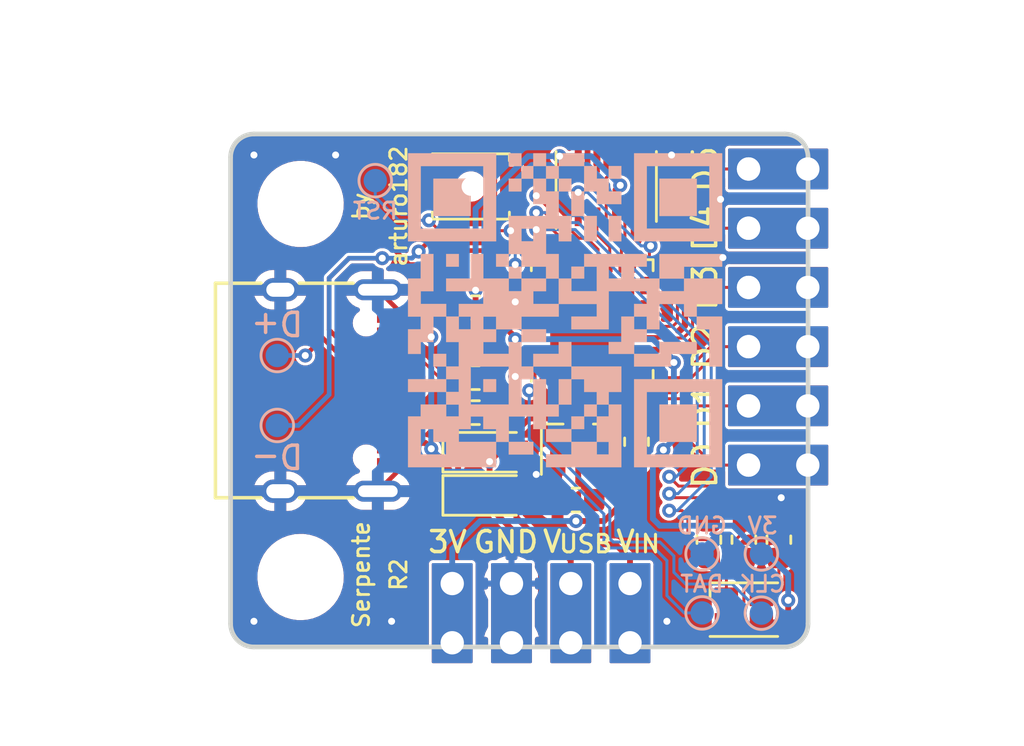
<source format=kicad_pcb>
(kicad_pcb (version 20221018) (generator pcbnew)
  (layers (0 "F.Cu" signal) (31 "B.Cu" signal) (34 "B.Paste" user) (35 "F.Paste" user) (36 "B.SilkS" user "B.Silkscreen") (37 "F.SilkS" user "F.Silkscreen") (38 "B.Mask" user) (39 "F.Mask" user) (44 "Edge.Cuts" user))
  (net 0 "")
  (net 1 "+5V")
  (net 2 "GND")
  (net 3 "+3V3")
  (net 4 "Net-(C4-Pad1)")
  (net 5 "VBUS")
  (net 6 "Net-(D3-Pad2)")
  (net 7 "Net-(D3-Pad1)")
  (net 8 "/USB_D+")
  (net 9 "Net-(J1-PadA5)")
  (net 10 "Net-(J1-PadB8)")
  (net 11 "/USB_D-")
  (net 12 "Net-(J1-PadB5)")
  (net 13 "Net-(J1-PadA8)")
  (net 14 "VIN")
  (net 15 "/GPIO5")
  (net 16 "/GPIO4")
  (net 17 "/GPIO3")
  (net 18 "/GPIO2")
  (net 19 "/GPIO1")
  (net 20 "/GPIO0")
  (net 21 "/LED_R")
  (net 22 "/LED_G")
  (net 23 "/LED_B")
  (net 24 "Net-(R6-Pad1)")
  (net 25 "Net-(TP2-Pad1)")
  (net 26 "/FLASH_SCK")
  (net 27 "/FLASH_MOSI")
  (net 28 "/FLASH_MISO")
  (net 29 "/FLASH_CS")
  (net 30 "Net-(U3-Pad27)")
  (net 31 "Net-(U3-Pad25)")
  (net 32 "Net-(U3-Pad15)")
  (net 33 "Net-(U3-Pad14)")
  (net 34 "Net-(U3-Pad13)")
  (net 35 "Net-(U3-Pad4)")
  (net 36 "Net-(U3-Pad3)")
  (net 37 "Net-(U3-Pad2)")
  (net 38 "Net-(U3-Pad1)")
  (net 39 "Net-(D3-Pad4)")
  (net 40 "/~{RESET}")
  (footprint "Capacitor_SMD:C_0603_1608Metric" (layer "F.Cu") (at 131.8 60.7)
    (fp_text reference "C1" hide)
    (fp_text value "1uF")
  )
  (footprint "Diode_SMD:D_SOD-323_HandSoldering" (layer "F.Cu") (at 128 58.65)
    (fp_text reference "D1" hide)
    (fp_text value "D_Schottky_Small")
  )
  (footprint "Connector_USB_Extra:USB_C_Receptacle_GT-USB-7010" (layer "F.Cu") (at 121 56 -90)
    (fp_text reference "J1" hide)
    (fp_text value "USB_C_Receptacle_USB2.0")
  )
  (footprint "Resistor_SMD:R_0603_1608Metric" (layer "F.Cu") (at 137.5 62.4 90)
    (fp_text reference "R1" hide)
    (fp_text value "360R")
  )
  (footprint "Resistor_SMD:R_0603_1608Metric" (layer "F.Cu") (at 139 62.4 90)
    (fp_text reference "R2" hide)
    (fp_text value "150R")
  )
  (footprint "Resistor_SMD:R_0603_1608Metric" (layer "F.Cu") (at 127.5 55.45 180)
    (fp_text reference "R4" hide)
    (fp_text value "5.1K")
  )
  (footprint "Resistor_SMD:R_0603_1608Metric" (layer "F.Cu") (at 127.5 56.95 180)
    (fp_text reference "R5" hide)
    (fp_text value "5.1K")
  )
  (footprint "Resistor_SMD:R_0603_1608Metric" (layer "F.Cu") (at 127.5 53.95 180)
    (fp_text reference "R6" hide)
    (fp_text value "1K")
  )
  (footprint "Button_Switch_SMD:SW_SPST_B3U-1000P-B" (layer "F.Cu") (at 127.3 47.25)
    (fp_text reference "SW1" hide)
    (fp_text value "SW_RESET")
  )
  (footprint "Package_SON_Extra:USON-8_3x4mm_P0.8mm" (layer "F.Cu") (at 133.1 47.25 90)
    (fp_text reference "U1" hide)
    (fp_text value "GD25Q32CNIGR")
  )
  (footprint "Package_TO_SOT_SMD:SOT-23" (layer "F.Cu") (at 131.9 58.2 90)
    (fp_text reference "U2" hide)
    (fp_text value "MCP1700-3302E_SOT23")
  )
  (footprint "MountingHole:MountingHole_3.2mm_M3" (layer "F.Cu") (at 120 64)
    (fp_text reference "REF**" hide)
    (fp_text value "MountingHole_3.2mm_M3")
  )
  (footprint "MountingHole:MountingHole_3.2mm_M3" (layer "F.Cu") (at 120 48)
    (fp_text reference "REF**" hide)
    (fp_text value "MountingHole_3.2mm_M3")
  )
  (footprint "Capacitor_SMD:C_0603_1608Metric" (layer "F.Cu") (at 127.5 52.45 180)
    (fp_text reference "C4" hide)
    (fp_text value "1uF")
  )
  (footprint "Capacitor_SMD:C_0603_1608Metric" (layer "F.Cu") (at 127.5 50.95 180)
    (fp_text reference "C2" hide)
    (fp_text value "0.1uF")
  )
  (footprint "Capacitor_SMD:C_0603_1608Metric" (layer "F.Cu") (at 134.4 58.2 90)
    (fp_text reference "C3" hide)
    (fp_text value "10uF")
  )
  (footprint "Package_DFN_QFN:QFN-32-1EP_5x5mm_P0.5mm_EP3.6x3.6mm" (layer "F.Cu") (at 132.5 53 90)
    (fp_text reference "U3" hide)
    (fp_text value "ATSAMD21E18A")
  )
  (footprint "LED_SMD:LED_Cree-PLCC4_2x2mm_CW" (layer "F.Cu") (at 139 65.4)
    (fp_text reference "D3" hide)
    (fp_text value "LED_RBAG")
  )
  (footprint "Diode_SMD:D_SOD-323_HandSoldering" (layer "F.Cu") (at 128 60.5)
    (fp_text reference "D2" hide)
    (fp_text value "D_Schottky_Small")
  )
  (footprint "Connector_PinHeader_2.54mm_Extra:PinHeader_1x06_P2.54mm_Vertical_Castellated" (layer "F.Cu") (at 139.2 46.5)
    (fp_text reference "J3" hide)
    (fp_text value "Conn_GPIO")
  )
  (footprint "Resistor_SMD:R_0603_1608Metric" (layer "F.Cu") (at 140.5 62.4 90)
    (fp_text reference "R3" hide)
    (fp_text value "150R")
  )
  (footprint "Connector_PinHeader_2.54mm_Extra:PinHeader_1x04_P2.54mm_Vertical_Castellated" (layer "F.Cu") (at 134.1191 64.2808 -90)
    (fp_text reference "J2" hide)
    (fp_text value "Conn_Power")
  )
  (footprint "TestPoint:TestPoint_Pad_D1.0mm" (layer "B.Cu") (at 137.21 63.01 180)
    (fp_text reference "TP4" hide)
    (fp_text value "TP_GND")
  )
  (footprint "serpente:qrcode" (layer "B.Cu") (at 131.318 52.578 180)
    (fp_text reference "G***" hide)
    (fp_text value "LOGO" hide)
  )
  (footprint "TestPoint:TestPoint_Pad_D1.0mm" (layer "B.Cu") (at 119 57.5)
    (fp_text reference "TP5" hide)
    (fp_text value "TP_USB_D-")
  )
  (footprint "TestPoint:TestPoint_Pad_D1.0mm" (layer "B.Cu") (at 119 54.5)
    (fp_text reference "TP6" hide)
    (fp_text value "TP_USB_D+")
  )
  (footprint "TestPoint:TestPoint_Pad_D1.0mm" (layer "B.Cu") (at 139.75 63.01 180)
    (fp_text reference "TP3" hide)
    (fp_text value "TP_VDD")
  )
  (footprint "TestPoint:TestPoint_Pad_D1.0mm" (layer "B.Cu") (at 137.21 65.54 180)
    (fp_text reference "TP2" hide)
    (fp_text value "TP_SWDIO")
  )
  (footprint "TestPoint:TestPoint_Pad_D1.0mm" (layer "B.Cu") (at 123.2 47)
    (fp_text reference "TP7" hide)
    (fp_text value "TP_RESET")
  )
  (footprint "TestPoint:TestPoint_Pad_D1.0mm" (layer "B.Cu") (at 139.75 65.55 180)
    (fp_text reference "TP1" hide)
    (fp_text value "TP_SWCLK")
  )
  (gr_line (start 140.75 67) (end 118 67) (stroke (width 0.2)) (layer "Edge.Cuts"))
  (gr_line (start 118 45) (end 140.75 45) (stroke (width 0.2)) (layer "Edge.Cuts"))
  (gr_arc (start 141.75 66) (mid 141.457107 66.707107) (end 140.75 67) (stroke (width 0.2)) (layer "Edge.Cuts"))
  (gr_arc (start 140.75 45) (mid 141.457107 45.292893) (end 141.75 46) (stroke (width 0.2)) (layer "Edge.Cuts"))
  (gr_arc (start 117 46) (mid 117.292893 45.292893) (end 118 45) (stroke (width 0.2)) (layer "Edge.Cuts"))
  (gr_line (start 117 46) (end 117 66) (stroke (width 0.2)) (layer "Edge.Cuts"))
  (gr_arc (start 118 67) (mid 117.292893 66.707107) (end 117 66) (stroke (width 0.2)) (layer "Edge.Cuts"))
  (gr_line (start 141.75 46) (end 141.75 66) (stroke (width 0.2)) (layer "Edge.Cuts"))
  (gr_text "+" (at 118.5 53.2 180) (layer "B.SilkS") (effects (font (size 1 1))))
  (gr_text "D" (at 119.6 58.8 180) (layer "B.SilkS") (effects (font (size 1 1))))
  (gr_text "CLK" (at 139.8 64.3) (layer "B.SilkS") (effects (font (size 0.7 0.7) (thickness 0.12)) (justify mirror)))
  (gr_text "DAT" (at 137.2 64.3) (layer "B.SilkS") (effects (font (size 0.7 0.7) (thickness 0.12)) (justify mirror)))
  (gr_text "GND" (at 137.2 61.8) (layer "B.SilkS") (effects (font (size 0.7 0.7) (thickness 0.12)) (justify mirror)))
  (gr_text "3V" (at 139.8 61.8) (layer "B.SilkS") (effects (font (size 0.7 0.7) (thickness 0.12)) (justify mirror)))
  (gr_text "RST" (at 123.2 48.3) (layer "B.SilkS") (effects (font (size 0.7 0.7) (thickness 0.12)) (justify mirror)))
  (gr_text "D" (at 119.6 53.1 180) (layer "B.SilkS") (effects (font (size 1 1))))
  (gr_text "-" (at 118.5 58.9 180) (layer "B.SilkS") (effects (font (size 1 1))))
  (gr_text "D4" (at 137.3346 49.0474 90) (layer "F.SilkS") (effects (font (size 1 1))))
  (gr_text "D3" (at 137.3346 51.5874 90) (layer "F.SilkS") (effects (font (size 1 1))))
  (gr_text "D2" (at 137.3346 54.1274 90) (layer "F.SilkS") (effects (font (size 1 1))))
  (gr_text "D1" (at 137.3346 56.6674 90) (layer "F.SilkS") (effects (font (size 1 1))))
  (gr_text "D0" (at 137.3346 59.2074 90) (layer "F.SilkS") (effects (font (size 1 1))))
  (gr_text "V" (at 130.7895 62.4808) (layer "F.SilkS") (effects (font (size 0.9 0.9))))
  (gr_text "GND" (at 128.8 62.5) (layer "F.SilkS") (effects (font (size 0.9 0.9))))
  (gr_text "V" (at 133.9295 62.4808) (layer "F.SilkS") (effects (font (size 0.9 0.9))))
  (gr_text "3V" (at 126.3 62.5) (layer "F.SilkS") (effects (font (size 0.9 0.9))))
  (gr_text "USB" (at 132.2191 62.5808) (layer "F.SilkS") (effects (font (size 0.75 0.75) (thickness 0.13))))
  (gr_text "IN" (at 134.8191 62.5808) (layer "F.SilkS") (effects (font (size 0.75 0.75) (thickness 0.13))))
  (gr_text "arturo182" (at 124.2 48.1 90) (layer "F.SilkS") (effects (font (size 0.7 0.7) (thickness 0.12))))
  (gr_text "R2" (at 124.2 63.9 90) (layer "F.SilkS") (effects (font (size 0.7 0.7) (thickness 0.12))))
  (gr_text "Serpente" (at 122.6 63.9 90) (layer "F.SilkS") (effects (font (size 0.7 0.7) (thickness 0.12))))
  (gr_text "by" (at 122.6 48.1 90) (layer "F.SilkS") (effects (font (size 0.7 0.7) (thickness 0.12))))
  (gr_text "D5" (at 137.3346 46.5074 90) (layer "F.SilkS") (effects (font (size 1 1))))
  (segment (start 131.9 57.2) (end 131.9 59.9125) (width 0.25) (layer "F.Cu") (net 1))
  (segment (start 126.75 58.65) (end 126.75 60.5) (width 0.25) (layer "F.Cu") (net 1))
  (segment (start 127.45 58.65) (end 128.3 57.8) (width 0.25) (layer "F.Cu") (net 1))
  (segment (start 129.8 57.2) (end 131.9 57.2) (width 0.25) (layer "F.Cu") (net 1))
  (segment (start 128.3 57.8) (end 129.2 57.8) (width 0.25) (layer "F.Cu") (net 1))
  (segment (start 131.9 59.9125) (end 132.5875 60.6) (width 0.25) (layer "F.Cu") (net 1))
  (segment (start 129.2 57.8) (end 129.8 57.2) (width 0.25) (layer "F.Cu") (net 1))
  (segment (start 126.75 58.65) (end 127.45 58.65) (width 0.25) (layer "F.Cu") (net 1))
  (segment (start 130.3 63.9) (end 130.3 64.8) (width 0.25) (layer "F.Cu") (net 2))
  (segment (start 129.0391 62.8391) (end 129.0391 66.64799) (width 0.25) (layer "F.Cu") (net 2))
  (segment (start 129.0391 64.2808) (end 130.241181 64.2808) (width 0.25) (layer "F.Cu") (net 2))
  (segment (start 130.241181 64.2808) (end 130.3 64.221981) (width 0.25) (layer "F.Cu") (net 2))
  (segment (start 124.15 52.52) (end 123.31 51.68) (width 0.2) (layer "F.Cu") (net 2))
  (segment (start 126.7125 50.95) (end 126.7125 52.45) (width 0.25) (layer "F.Cu") (net 2))
  (segment (start 127.7 64.143781) (end 127.7 64.7) (width 0.25) (layer "F.Cu") (net 2))
  (segment (start 129.0391 64.2808) (end 127.837019 64.2808) (width 0.25) (layer "F.Cu") (net 2))
  (segment (start 135.45 54.25) (end 135.600001 54.099999) (width 0.25) (layer "F.Cu") (net 2))
  (segment (start 124.35 52.75) (end 124.15 52.95) (width 0.25) (layer "F.Cu") (net 2))
  (segment (start 129.2 52.4) (end 129.2 52.2) (width 0.25) (layer "F.Cu") (net 2))
  (segment (start 129.55 52.75) (end 129.2 52.4) (width 0.25) (layer "F.Cu") (net 2))
  (segment (start 124.15 59.05) (end 124.15 59.35) (width 0.2) (layer "F.Cu") (net 2))
  (segment (start 128.2875 55.45) (end 128.2875 56.95) (width 0.25) (layer "F.Cu") (net 2))
  (segment (start 135.600001 54.099999) (end 136.500011 54.099999) (width 0.25) (layer "F.Cu") (net 2))
  (segment (start 130.1 59.6) (end 130.55 59.6) (width 0.25) (layer "F.Cu") (net 2))
  (segment (start 124.15 59.48) (end 123.31 60.32) (width 0.2) (layer "F.Cu") (net 2))
  (segment (start 134.95 54.25) (end 135.45 54.25) (width 0.25) (layer "F.Cu") (net 2))
  (segment (start 124.15 52.95) (end 124.15 52.65) (width 0.2) (layer "F.Cu") (net 2))
  (segment (start 127.837019 64.2808) (end 127.7 64.143781) (width 0.25) (layer "F.Cu") (net 2))
  (segment (start 130.05 52.75) (end 129.55 52.75) (width 0.25) (layer "F.Cu") (net 2))
  (via (at 135.7 65.9) (size 0.6) (drill 0.3) (layers "F.Cu" "B.Cu") (net 2))
  (via (at 140.6 60.6) (size 0.6) (drill 0.3) (layers "F.Cu" "B.Cu") (net 2))
  (via (at 121.5 45.9) (size 0.6) (drill 0.3) (layers "F.Cu" "B.Cu") (net 2))
  (via (at 138.1 50.3) (size 0.6) (drill 0.3) (layers "F.Cu" "B.Cu") (net 2))
  (via (at 129.2 52.2) (size 0.6) (drill 0.3) (layers "F.Cu" "B.Cu") (net 2))
  (via (at 130.1 59.6) (size 0.6) (drill 0.3) (layers "F.Cu" "B.Cu") (net 2))
  (via (at 123.9 65.9) (size 0.6) (drill 0.3) (layers "F.Cu" "B.Cu") (net 2))
  (via (at 118 45.9) (size 0.6) (drill 0.3) (layers "F.Cu" "B.Cu") (net 2))
  (via (at 138 47.8) (size 0.6) (drill 0.3) (layers "F.Cu" "B.Cu") (net 2))
  (via (at 135.9 45.9) (size 0.6) (drill 0.3) (layers "F.Cu" "B.Cu") (net 2))
  (via (at 118 65.9) (size 0.6) (drill 0.3) (layers "F.Cu" "B.Cu") (net 2))
  (segment (start 127.7 64.143781) (end 127.7 64.9) (width 0.25) (layer "B.Cu") (net 2))
  (segment (start 129.0391 64.2808) (end 127.837019 64.2808) (width 0.25) (layer "B.Cu") (net 2))
  (segment (start 127.837019 64.2808) (end 127.7 64.143781) (width 0.25) (layer "B.Cu") (net 2))
  (segment (start 129.0391 64.2808) (end 129.0391 62.9609) (width 0.25) (layer "B.Cu") (net 2))
  (segment (start 130.241181 64.2808) (end 130.4 64.121981) (width 0.25) (layer "B.Cu") (net 2))
  (segment (start 129.0391 64.2808) (end 130.241181 64.2808) (width 0.25) (layer "B.Cu") (net 2))
  (segment (start 130.4 64.121981) (end 130.4 64.9) (width 0.25) (layer "B.Cu") (net 2))
  (segment (start 133.6 59.2) (end 133.8 59.2) (width 0.25) (layer "F.Cu") (net 3))
  (segment (start 133.4 59.2) (end 133.6 59.2) (width 0.25) (layer "F.Cu") (net 3))
  (segment (start 126.4991 64.2808) (end 126.4991 66.64799) (width 0.25) (layer "F.Cu") (net 3))
  (segment (start 135.1125 58.9875) (end 135.55 58.55) (width 0.25) (layer "F.Cu") (net 3))
  (segment (start 140.9 65.5) (end 140.45 65.95) (width 0.25) (layer "F.Cu") (net 3))
  (segment (start 131.1 46.374264) (end 131.425736 46.7) (width 0.25) (layer "F.Cu") (net 3))
  (segment (start 133.5 48.55) (end 133.5 47.4) (width 0.25) (layer "F.Cu") (net 3))
  (segment (start 129.25 53.75) (end 129.2 53.8) (width 0.25) (layer "F.Cu") (net 3))
  (segment (start 132.6 46.7) (end 132 46.7) (width 0.25) (layer "F.Cu") (net 3))
  (segment (start 134.4 58.9875) (end 135.1125 58.9875) (width 0.25) (layer "F.Cu") (net 3))
  (segment (start 129.2 53.721742) (end 128.701248 53.22299) (width 0.25) (layer "F.Cu") (net 3))
  (segment (start 132.7 45.95) (end 132.7 46.6) (width 0.25) (layer "F.Cu") (net 3))
  (segment (start 128.701248 53.22299) (end 127.62299 53.22299) (width 0.25) (layer "F.Cu") (net 3))
  (segment (start 127.5 53.4) (end 126.95 53.95) (width 0.25) (layer "F.Cu") (net 3))
  (segment (start 133.5 59.2) (end 133.6 59.3) (width 0.25) (layer "F.Cu") (net 3))
  (segment (start 133.7 59.2) (end 133.6 59.3) (width 0.25) (layer "F.Cu") (net 3))
  (segment (start 129.2 53.8) (end 129.2 53.721742) (width 0.25) (layer "F.Cu") (net 3))
  (segment (start 127.5 53.1) (end 127.5 53.4) (width 0.25) (layer "F.Cu") (net 3))
  (segment (start 133.5 47.4) (end 133.7 47.2) (width 0.25) (layer "F.Cu") (net 3))
  (segment (start 132.7 46.6) (end 132.6 46.7) (width 0.25) (layer "F.Cu") (net 3))
  (segment (start 135.95 54.75) (end 136 54.8) (width 0.25) (layer "F.Cu") (net 3))
  (segment (start 130.05 53.75) (end 129.25 53.75) (width 0.25) (layer "F.Cu") (net 3))
  (segment (start 133.014129 61.6) (end 133.6 61.014129) (width 0.25) (layer "F.Cu") (net 3))
  (segment (start 131.8 61.6) (end 133.014129 61.6) (width 0.25) (layer "F.Cu") (net 3))
  (segment (start 127.95 50.95) (end 127.5 51.4) (width 0.25) (layer "F.Cu") (net 3))
  (segment (start 127.62299 53.22299) (end 127.5 53.1) (width 0.25) (layer "F.Cu") (net 3))
  (segment (start 133.6 61.014129) (end 133.6 59.3) (width 0.25) (layer "F.Cu") (net 3))
  (segment (start 140.9 65) (end 140.9 65.5) (width 0.25) (layer "F.Cu") (net 3))
  (segment (start 132.85 59.2) (end 133.4 59.2) (width 0.25) (layer "F.Cu") (net 3))
  (segment (start 133.8 59.2) (end 134.1875 59.2) (width 0.25) (layer "F.Cu") (net 3))
  (segment (start 131.1 45.95) (end 131.1 46.374264) (width 0.25) (layer "F.Cu") (net 3))
  (segment (start 131.425736 46.7) (end 132 46.7) (width 0.25) (layer "F.Cu") (net 3))
  (segment (start 127.5 51.7) (end 127.5 53.1) (width 0.25) (layer "F.Cu") (net 3))
  (segment (start 140.45 65.95) (end 139.75 65.95) (width 0.25) (layer "F.Cu") (net 3))
  (segment (start 134.95 54.75) (end 135.95 54.75) (width 0.25) (layer "F.Cu") (net 3))
  (segment (start 127.5 51.4) (end 127.5 51.7) (width 0.25) (layer "F.Cu") (net 3))
  (segment (start 133.6 59.3) (end 133.6 59.2) (width 0.25) (layer "F.Cu") (net 3))
  (segment (start 132 46.7) (end 131.9 46.6) (width 0.25) (layer "F.Cu") (net 3))
  (segment (start 131.9 46.6) (end 131.9 45.95) (width 0.25) (layer "F.Cu") (net 3))
  (via (at 135.55 58.55) (size 0.6) (drill 0.3) (layers "F.Cu" "B.Cu") (net 3))
  (via (at 140.9 65) (size 0.6) (drill 0.3) (layers "F.Cu" "B.Cu") (net 3))
  (via (at 131.8 61.6) (size 0.6) (drill 0.3) (layers "F.Cu" "B.Cu") (net 3))
  (via (at 133.7 47.2) (size 0.6) (drill 0.3) (layers "F.Cu" "B.Cu") (net 3))
  (via (at 129.2 53.8) (size 0.6) (drill 0.3) (layers "F.Cu" "B.Cu") (net 3))
  (via (at 131.1 45.95) (size 0.6) (drill 0.3) (layers "F.Cu" "B.Cu") (net 3))
  (via (at 127.5 51.7) (size 0.6) (drill 0.3) (layers "F.Cu" "B.Cu") (net 3))
  (via (at 136 54.8) (size 0.6) (drill 0.3) (layers "F.Cu" "B.Cu") (net 3))
  (segment (start 136 58.1) (end 136 54.8) (width 0.25) (layer "B.Cu") (net 3))
  (segment (start 136 54.8) (end 136 54.7) (width 0.25) (layer "B.Cu") (net 3))
  (segment (start 135.1 61.5) (end 135.4 61.8) (width 0.25) (layer "B.Cu") (net 3))
  (segment (start 135.1 59) (end 135.1 61.5) (width 0.25) (layer "B.Cu") (net 3))
  (segment (start 136 54.7) (end 135.1 53.8) (width 0.25) (layer "B.Cu") (net 3))
  (segment (start 135.4 61.8) (end 138.54 61.8) (width 0.25) (layer "B.Cu") (net 3))
  (segment (start 126.4991 64.2808) (end 126.4991 62.8009) (width 0.25) (layer "B.Cu") (net 3))
  (segment (start 140.01 63.01) (end 140.9 63.9) (width 0.25) (layer "B.Cu") (net 3))
  (segment (start 138.54 61.8) (end 139.75 63.01) (width 0.25) (layer "B.Cu") (net 3))
  (segment (start 140.9 63.9) (end 140.9 65) (width 0.25) (layer "B.Cu") (net 3))
  (segment (start 135.55 58.55) (end 135.1 59) (width 0.25) (layer "B.Cu") (net 3))
  (segment (start 135.1 53.8) (end 129.2 53.8) (width 0.25) (layer "B.Cu") (net 3))
  (segment (start 126.4991 62.8009) (end 127.7 61.6) (width 0.25) (layer "B.Cu") (net 3))
  (segment (start 133.7 47.2) (end 132.45 45.95) (width 0.25) (layer "B.Cu") (net 3))
  (segment (start 129.75 45.95) (end 127.5 48.2) (width 0.25) (layer "B.Cu") (net 3))
  (segment (start 127.7 61.6) (end 131.8 61.6) (width 0.25) (layer "B.Cu") (net 3))
  (segment (start 127.5 48.2) (end 127.5 51.7) (width 0.25) (layer "B.Cu") (net 3))
  (segment (start 131.1 45.95) (end 129.75 45.95) (width 0.25) (layer "B.Cu") (net 3))
  (segment (start 135.55 58.55) (end 136 58.1) (width 0.25) (layer "B.Cu") (net 3))
  (segment (start 132.45 45.95) (end 131.1 45.95) (width 0.25) (layer "B.Cu") (net 3))
  (segment (start 130.05 53.25) (end 129.46875 53.25) (width 0.127) (layer "F.Cu") (net 4))
  (segment (start 129.46875 53.25) (end 128.66875 52.45) (width 0.127) (layer "F.Cu") (net 4))
  (segment (start 131.5791 64.2808) (end 131.5791 66.64799) (width 0.25) (layer "F.Cu") (net 5))
  (segment (start 124.15 53.45) (end 124.15 53.75) (width 0.25) (layer "F.Cu") (net 5))
  (segment (start 128.1 59.05) (end 128.1 61) (width 0.25) (layer "F.Cu") (net 5))
  (segment (start 125.35 58.25) (end 125.6 58.5) (width 0.25) (layer "F.Cu") (net 5))
  (segment (start 124.15 53.75) (end 125.55 53.75) (width 0.25) (layer "F.Cu") (net 5))
  (segment (start 124.15 58.55) (end 124.15 58.25) (width 0.25) (layer "F.Cu") (net 5))
  (segment (start 124.15 58.25) (end 125.35 58.25) (width 0.25) (layer "F.Cu") (net 5))
  (segment (start 125.55 53.75) (end 125.6 53.7) (width 0.25) (layer "F.Cu") (net 5))
  (segment (start 128.5 58.65) (end 128.1 59.05) (width 0.25) (layer "F.Cu") (net 5))
  (segment (start 131.3 63) (end 131.5791 63.2791) (width 0.25) (layer "F.Cu") (net 5))
  (segment (start 130.1 63) (end 131.3 63) (width 0.25) (layer "F.Cu") (net 5))
  (segment (start 128.1 61) (end 130.1 63) (width 0.25) (layer "F.Cu") (net 5))
  (segment (start 129.25 58.65) (end 128.5 58.65) (width 0.25) (layer "F.Cu") (net 5))
  (segment (start 131.5791 63.2791) (end 131.5791 64.2808) (width 0.25) (layer "F.Cu") (net 5))
  (via (at 125.6 58.5) (size 0.6) (drill 0.3) (layers "F.Cu" "B.Cu") (net 5))
  (via (at 128.1 59.05) (size 0.6) (drill 0.3) (layers "F.Cu" "B.Cu") (net 5))
  (via (at 125.6 53.7) (size 0.6) (drill 0.3) (layers "F.Cu" "B.Cu") (net 5))
  (segment (start 125.6 58.5) (end 125.6 53.7) (width 0.25) (layer "B.Cu") (net 5))
  (segment (start 126.2 59.1) (end 128.05 59.1) (width 0.25) (layer "B.Cu") (net 5))
  (segment (start 125.6 58.5) (end 126.2 59.1) (width 0.25) (layer "B.Cu") (net 5))
  (segment (start 128.05 59.1) (end 128.1 59.05) (width 0.25) (layer "B.Cu") (net 5))
  (segment (start 140.5 63.1875) (end 140.5 64.2) (width 0.127) (layer "F.Cu") (net 6))
  (segment (start 140.5 64.2) (end 139.85 64.85) (width 0.127) (layer "F.Cu") (net 6))
  (segment (start 138.25 64.85) (end 138.25 63.9375) (width 0.127) (layer "F.Cu") (net 7))
  (segment (start 138.25 63.9375) (end 137.5 63.1875) (width 0.127) (layer "F.Cu") (net 7))
  (segment (start 123.075 56.75) (end 124.15 56.75) (width 0.2) (layer "F.Cu") (net 8))
  (segment (start 125.95 50) (end 125.35 50.6) (width 0.2) (layer "F.Cu") (net 8))
  (segment (start 122.9 55.925) (end 122.9 56.575) (width 0.2) (layer "F.Cu") (net 8))
  (segment (start 122.95 55.75) (end 120.775 53.575) (width 0.2) (layer "F.Cu") (net 8))
  (segment (start 120.775 53.925) (end 120.775 53.575) (width 0.2) (layer "F.Cu") (net 8))
  (segment (start 124.15 55.75) (end 123.075 55.75) (width 0.2) (layer "F.Cu") (net 8))
  (segment (start 120.2 54.5) (end 120.775 53.925) (width 0.2) (layer "F.Cu") (net 8))
  (segment (start 123.075 55.75) (end 122.9 55.925) (width 0.2) (layer "F.Cu") (net 8))
  (segment (start 123.852962 49.797998) (end 122.002002 49.797998) (width 0.2) (layer "F.Cu") (net 8))
  (segment (start 125.35 50.6) (end 124.654964 50.6) (width 0.2) (layer "F.Cu") (net 8))
  (segment (start 120.775 51.025) (end 120.775 53.575) (width 0.2) (layer "F.Cu") (net 8))
  (segment (start 122.9 56.575) (end 123.075 56.75) (width 0.2) (layer "F.Cu") (net 8))
  (segment (start 130.6 50) (end 125.95 50) (width 0.2) (layer "F.Cu") (net 8))
  (segment (start 124.654964 50.6) (end 123.852962 49.797998) (width 0.2) (layer "F.Cu") (net 8))
  (segment (start 123.075 55.75) (end 122.95 55.75) (width 0.2) (layer "F.Cu") (net 8))
  (segment (start 130.75 50.15) (end 130.6 50) (width 0.2) (layer "F.Cu") (net 8))
  (segment (start 122.002002 49.797998) (end 120.775 51.025) (width 0.2) (layer "F.Cu") (net 8))
  (via (at 120.2 54.5) (size 0.6) (drill 0.3) (layers "F.Cu" "B.Cu") (net 8))
  (segment (start 119 54.5) (end 120.2 54.5) (width 0.2) (layer "B.Cu") (net 8))
  (segment (start 125.95 55.45) (end 126.7125 55.45) (width 0.127) (layer "F.Cu") (net 9))
  (segment (start 125.25 54.75) (end 125.95 55.45) (width 0.127) (layer "F.Cu") (net 9))
  (segment (start 124.15 54.75) (end 125.25 54.75) (width 0.127) (layer "F.Cu") (net 9))
  (segment (start 125.252001 55.418399) (end 125.252001 56.052001) (width 0.2) (layer "F.Cu") (net 11))
  (segment (start 125.427013 49.672989) (end 130.872989 49.672989) (width 0.2) (layer "F.Cu") (net 11))
  (segment (start 124.15 55.25) (end 125.083602 55.25) (width 0.2) (layer "F.Cu") (net 11))
  (segment (start 130.872989 49.672989) (end 131.25 50.05) (width 0.2) (layer "F.Cu") (net 11))
  (segment (start 121.225 53.4) (end 121.225 51.175) (width 0.2) (layer "F.Cu") (net 11))
  (segment (start 125.252001 56.052001) (end 125.054002 56.25) (width 0.2) (layer "F.Cu") (net 11))
  (segment (start 125.0591 50.040902) (end 125.427013 49.672989) (width 0.2) (layer "F.Cu") (net 11))
  (segment (start 124.15 55.25) (end 123.075 55.25) (width 0.2) (layer "F.Cu") (net 11))
  (segment (start 125.054002 56.25) (end 124.15 56.25) (width 0.2) (layer "F.Cu") (net 11))
  (segment (start 121.225 51.175) (end 122.075 50.325) (width 0.2) (layer "F.Cu") (net 11))
  (segment (start 125.083602 55.25) (end 125.252001 55.418399) (width 0.2) (layer "F.Cu") (net 11))
  (segment (start 122.075 50.325) (end 123.500006 50.325) (width 0.2) (layer "F.Cu") (net 11))
  (segment (start 123.075 55.25) (end 121.225 53.4) (width 0.2) (layer "F.Cu") (net 11))
  (segment (start 131.25 50.05) (end 131.25 50.55) (width 0.2) (layer "F.Cu") (net 11))
  (via (at 123.500006 50.325) (size 0.6) (drill 0.3) (layers "F.Cu" "B.Cu") (net 11))
  (via (at 125.0591 50.040902) (size 0.6) (drill 0.3) (layers "F.Cu" "B.Cu") (net 11))
  (segment (start 122.075 50.325) (end 123.500006 50.325) (width 0.2) (layer "B.Cu") (net 11))
  (segment (start 121.225 51.175) (end 122.075 50.325) (width 0.2) (layer "B.Cu") (net 11))
  (segment (start 119 57.5) (end 119.9 57.5) (width 0.2) (layer "B.Cu") (net 11))
  (segment (start 119.9 57.5) (end 121.225 56.175) (width 0.2) (layer "B.Cu") (net 11))
  (segment (start 124.775 50.325) (end 123.500006 50.325) (width 0.2) (layer "B.Cu") (net 11))
  (segment (start 121.225 56.175) (end 121.225 51.175) (width 0.2) (layer "B.Cu") (net 11))
  (segment (start 125.059098 50.040902) (end 124.775 50.325) (width 0.2) (layer "B.Cu") (net 11))
  (segment (start 125.0591 50.040902) (end 125.059098 50.040902) (width 0.2) (layer "B.Cu") (net 11))
  (segment (start 125.95 56.95) (end 126.7125 56.95) (width 0.127) (layer "F.Cu") (net 12))
  (segment (start 124.15 57.75) (end 125.15 57.75) (width 0.127) (layer "F.Cu") (net 12))
  (segment (start 125.15 57.75) (end 125.95 56.95) (width 0.127) (layer "F.Cu") (net 12))
  (segment (start 134.1191 64.2808) (end 134.1191 66.64799) (width 0.25) (layer "F.Cu") (net 14))
  (segment (start 134.1191 64.2808) (end 134.1191 63.2191) (width 0.25) (layer "F.Cu") (net 14))
  (segment (start 130.4 62.6) (end 129.25 61.45) (width 0.25) (layer "F.Cu") (net 14))
  (segment (start 129.25 61.45) (end 129.25 60.5) (width 0.25) (layer "F.Cu") (net 14))
  (segment (start 133.5 62.6) (end 130.4 62.6) (width 0.25) (layer "F.Cu") (net 14))
  (segment (start 134.1191 63.2191) (end 133.5 62.6) (width 0.25) (layer "F.Cu") (net 14))
  (segment (start 136.15 53.05) (end 136.15 48.45) (width 0.127) (layer "F.Cu") (net 15))
  (segment (start 134.95 53.25) (end 135.95 53.25) (width 0.127) (layer "F.Cu") (net 15))
  (segment (start 138.1 46.5) (end 138.15 46.5) (width 0.127) (layer "F.Cu") (net 15))
  (segment (start 138.15 46.5) (end 141.75949 46.5) (width 0.127) (layer "F.Cu") (net 15))
  (segment (start 136.15 48.45) (end 138.1 46.5) (width 0.127) (layer "F.Cu") (net 15))
  (segment (start 135.95 53.25) (end 136.15 53.05) (width 0.127) (layer "F.Cu") (net 15))
  (segment (start 136.8 53.353812) (end 136.403812 53.75) (width 0.127) (layer "F.Cu") (net 16))
  (segment (start 136.8 49.8) (end 136.8 53.353812) (width 0.127) (layer "F.Cu") (net 16))
  (segment (start 137.56 49.04) (end 136.8 49.8) (width 0.127) (layer "F.Cu") (net 16))
  (segment (start 141.75949 49.04) (end 137.56 49.04) (width 0.127) (layer "F.Cu") (net 16))
  (segment (start 136.403812 53.75) (end 134.95 53.75) (width 0.127) (layer "F.Cu") (net 16))
  (segment (start 139.5 51.58) (end 141.75949 51.58) (width 0.127) (layer "F.Cu") (net 17))
  (segment (start 137.7 51.877919) (end 137.7 54) (width 0.127) (layer "F.Cu") (net 17))
  (segment (start 136.25 55.45) (end 134.25 55.45) (width 0.127) (layer "F.Cu") (net 17))
  (segment (start 137.997919 51.58) (end 137.7 51.877919) (width 0.127) (layer "F.Cu") (net 17))
  (segment (start 139.2 51.58) (end 137.997919 51.58) (width 0.127) (layer "F.Cu") (net 17))
  (segment (start 137.7 54) (end 136.25 55.45) (width 0.127) (layer "F.Cu") (net 17))
  (segment (start 133.9 56.1) (end 136.1 56.1) (width 0.127) (layer "F.Cu") (net 18))
  (segment (start 133.75 55.45) (end 133.75 55.95) (width 0.127) (layer "F.Cu") (net 18))
  (segment (start 133.75 55.95) (end 133.9 56.1) (width 0.127) (layer "F.Cu") (net 18))
  (segment (start 138.08 54.12) (end 136.1 56.1) (width 0.127) (layer "F.Cu") (net 18))
  (segment (start 141.75949 54.12) (end 138.08 54.12) (width 0.127) (layer "F.Cu") (net 18))
  (segment (start 136.66 56.66) (end 136.35401 56.35401) (width 0.127) (layer "F.Cu") (net 19))
  (segment (start 141.75949 56.66) (end 136.66 56.66) (width 0.127) (layer "F.Cu") (net 19))
  (segment (start 133.65401 56.35401) (end 133.25 55.95) (width 0.127) (layer "F.Cu") (net 19))
  (segment (start 136.35401 56.35401) (end 133.65401 56.35401) (width 0.127) (layer "F.Cu") (net 19))
  (segment (start 133.25 55.95) (end 133.25 55.45) (width 0.127) (layer "F.Cu") (net 19))
  (segment (start 132.75 56.016284) (end 133.366858 56.633142) (width 0.127) (layer "F.Cu") (net 20))
  (segment (start 133.366858 56.633142) (end 135.133142 56.633142) (width 0.127) (layer "F.Cu") (net 20))
  (segment (start 135.133142 56.633142) (end 137.7 59.2) (width 0.127) (layer "F.Cu") (net 20))
  (segment (start 137.7 59.2) (end 141.75949 59.2) (width 0.127) (layer "F.Cu") (net 20))
  (segment (start 132.75 55.45) (end 132.75 56.016284) (width 0.127) (layer "F.Cu") (net 20))
  (segment (start 132.05 49.75) (end 131.85 49.75) (width 0.127) (layer "F.Cu") (net 21))
  (segment (start 137.5 61) (end 137.5 61.6125) (width 0.127) (layer "F.Cu") (net 21))
  (segment (start 131.85 49.75) (end 130.472997 48.372997) (width 0.127) (layer "F.Cu") (net 21))
  (segment (start 132.25 50.55) (end 132.25 49.95) (width 0.127) (layer "F.Cu") (net 21))
  (segment (start 137.1 60.6) (end 137.5 61) (width 0.127) (layer "F.Cu") (net 21))
  (segment (start 135.972997 60.6) (end 137.1 60.6) (width 0.127) (layer "F.Cu") (net 21))
  (segment (start 132.25 49.95) (end 132.05 49.75) (width 0.127) (layer "F.Cu") (net 21))
  (segment (start 135.8 60.427003) (end 135.972997 60.6) (width 0.127) (layer "F.Cu") (net 21))
  (segment (start 130.472997 48.372997) (end 130.1 48.372997) (width 0.127) (layer "F.Cu") (net 21))
  (via (at 135.8 60.427003) (size 0.6) (drill 0.3) (layers "F.Cu" "B.Cu") (net 21))
  (via (at 130.1 48.372997) (size 0.6) (drill 0.3) (layers "F.Cu" "B.Cu") (net 21))
  (segment (start 137.3 54.2) (end 131.9 48.8) (width 0.127) (layer "B.Cu") (net 21))
  (segment (start 131.9 48.8) (end 131.2 48.8) (width 0.127) (layer "B.Cu") (net 21))
  (segment (start 137.3 59.3) (end 137.3 54.2) (width 0.127) (layer "B.Cu") (net 21))
  (segment (start 135.8 60.427003) (end 136.172997 60.427003) (width 0.127) (layer "B.Cu") (net 21))
  (segment (start 136.172997 60.427003) (end 137.3 59.3) (width 0.127) (layer "B.Cu") (net 21))
  (segment (start 130.772997 48.372997) (end 130.1 48.372997) (width 0.127) (layer "B.Cu") (net 21))
  (segment (start 131.2 48.8) (end 130.772997 48.372997) (width 0.127) (layer "B.Cu") (net 21))
  (segment (start 132.270388 49.470388) (end 131.929612 49.470388) (width 0.127) (layer "F.Cu") (net 22))
  (segment (start 136.6 62.2) (end 136.6 61.4) (width 0.127) (layer "F.Cu") (net 22))
  (segment (start 132.75 49.95) (end 132.270388 49.470388) (width 0.127) (layer "F.Cu") (net 22))
  (segment (start 139 61.6125) (end 139 62.05) (width 0.127) (layer "F.Cu") (net 22))
  (segment (start 136.6 61.4) (end 136.354006 61.154006) (width 0.127) (layer "F.Cu") (net 22))
  (segment (start 131.929612 49.470388) (end 130.105218 47.645994) (width 0.127) (layer "F.Cu") (net 22))
  (segment (start 139 62.05) (end 138.65 62.4) (width 0.127) (layer "F.Cu") (net 22))
  (segment (start 130.105218 47.645994) (end 130.1 47.645994) (width 0.127) (layer "F.Cu") (net 22))
  (segment (start 132.75 50.55) (end 132.75 49.95) (width 0.127) (layer "F.Cu") (net 22))
  (segment (start 136.8 62.4) (end 136.6 62.2) (width 0.127) (layer "F.Cu") (net 22))
  (segment (start 136.354006 61.154006) (end 135.8 61.154006) (width 0.127) (layer "F.Cu") (net 22))
  (segment (start 138.65 62.4) (end 136.8 62.4) (width 0.127) (layer "F.Cu") (net 22))
  (via (at 130.1 47.645994) (size 0.6) (drill 0.3) (layers "F.Cu" "B.Cu") (net 22))
  (via (at 135.8 61.154006) (size 0.6) (drill 0.3) (layers "F.Cu" "B.Cu") (net 22))
  (segment (start 132 48.5) (end 131.5 48.5) (width 0.127) (layer "B.Cu") (net 22))
  (segment (start 137.6 59.7) (end 137.6 54.1) (width 0.127) (layer "B.Cu") (net 22))
  (segment (start 137.6 54.1) (end 132 48.5) (width 0.127) (layer "B.Cu") (net 22))
  (segment (start 130.645994 47.645994) (end 130.1 47.645994) (width 0.127) (layer "B.Cu") (net 22))
  (segment (start 135.8 61.154006) (end 136.145994 61.154006) (width 0.127) (layer "B.Cu") (net 22))
  (segment (start 136.145994 61.154006) (end 137.6 59.7) (width 0.127) (layer "B.Cu") (net 22))
  (segment (start 131.5 48.5) (end 130.645994 47.645994) (width 0.127) (layer "B.Cu") (net 22))
  (segment (start 138.3 60.7) (end 137.7 60.1) (width 0.127) (layer "F.Cu") (net 23))
  (segment (start 131.75 50.05) (end 130.8 49.1) (width 0.127) (layer "F.Cu") (net 23))
  (segment (start 139.5875 60.7) (end 138.3 60.7) (width 0.127) (layer "F.Cu") (net 23))
  (segment (start 137.7 60.1) (end 136.2 60.1) (width 0.127) (layer "F.Cu") (net 23))
  (segment (start 131.75 50.55) (end 131.75 50.05) (width 0.127) (layer "F.Cu") (net 23))
  (segment (start 140.5 61.6125) (end 139.5875 60.7) (width 0.127) (layer "F.Cu") (net 23))
  (segment (start 136.2 60.1) (end 135.8 59.7) (width 0.127) (layer "F.Cu") (net 23))
  (segment (start 130.8 49.1) (end 130.1 49.1) (width 0.127) (layer "F.Cu") (net 23))
  (via (at 135.8 59.7) (size 0.6) (drill 0.3) (layers "F.Cu" "B.Cu") (net 23))
  (via (at 130.1 49.1) (size 0.6) (drill 0.3) (layers "F.Cu" "B.Cu") (net 23))
  (segment (start 137 58.8) (end 137 54.329612) (width 0.127) (layer "B.Cu") (net 23))
  (segment (start 135.8 59.7) (end 136.1 59.7) (width 0.127) (layer "B.Cu") (net 23))
  (segment (start 136.1 59.7) (end 137 58.8) (width 0.127) (layer "B.Cu") (net 23))
  (segment (start 137 54.329612) (end 131.770388 49.1) (width 0.127) (layer "B.Cu") (net 23))
  (segment (start 131.770388 49.1) (end 130.1 49.1) (width 0.127) (layer "B.Cu") (net 23))
  (segment (start 129.2 54.5) (end 129.2 55.5) (width 0.127) (layer "F.Cu") (net 24))
  (segment (start 128.2875 53.95) (end 128.8375 54.5) (width 0.127) (layer "F.Cu") (net 24))
  (segment (start 128.8375 54.5) (end 129.2 54.5) (width 0.127) (layer "F.Cu") (net 24))
  (segment (start 130.05 54.25) (end 129.45 54.25) (width 0.127) (layer "F.Cu") (net 24))
  (segment (start 129.45 54.25) (end 129.2 54.5) (width 0.127) (layer "F.Cu") (net 24))
  (via (at 129.2 55.4) (size 0.6) (drill 0.3) (layers "F.Cu" "B.Cu") (net 24))
  (segment (start 136.5 64.3) (end 138.5 64.3) (width 0.127) (layer "B.Cu") (net 24))
  (segment (start 130.4 55.874058) (end 129.925942 55.4) (width 0.127) (layer "B.Cu") (net 24))
  (segment (start 139.75 65.55) (end 138.5 64.3) (width 0.127) (layer "B.Cu") (net 24))
  (segment (start 130.4 58.2) (end 130.4 55.874058) (width 0.127) (layer "B.Cu") (net 24))
  (segment (start 136.5 64.3) (end 136 63.8) (width 0.127) (layer "B.Cu") (net 24))
  (segment (start 136 63.1) (end 135.4 62.5) (width 0.127) (layer "B.Cu") (net 24))
  (segment (start 133.25401 61.05401) (end 130.4 58.2) (width 0.127) (layer "B.Cu") (net 24))
  (segment (start 133.25401 62.35401) (end 133.25401 61.05401) (width 0.127) (layer "B.Cu") (net 24))
  (segment (start 135.4 62.5) (end 133.4 62.5) (width 0.127) (layer "B.Cu") (net 24))
  (segment (start 129.925942 55.4) (end 129.2 55.4) (width 0.127) (layer "B.Cu") (net 24))
  (segment (start 136 63.8) (end 136 63.1) (width 0.127) (layer "B.Cu") (net 24))
  (segment (start 133.4 62.5) (end 133.25401 62.35401) (width 0.127) (layer "B.Cu") (net 24))
  (segment (start 130.05 55.75) (end 129.8 56) (width 0.127) (layer "F.Cu") (net 25))
  (segment (start 130.05 54.75) (end 130.05 55.75) (width 0.127) (layer "F.Cu") (net 25))
  (via (at 129.8 56) (size 0.6) (drill 0.3) (layers "F.Cu" "B.Cu") (net 25))
  (segment (start 129.8 56) (end 129.8 58.1) (width 0.127) (layer "B.Cu") (net 25))
  (segment (start 133.25401 62.75401) (end 135.15401 62.75401) (width 0.127) (layer "B.Cu") (net 25))
  (segment (start 133 61.3) (end 133 62.5) (width 0.127) (layer "B.Cu") (net 25))
  (segment (start 133 62.5) (end 133.25401 62.75401) (width 0.127) (layer "B.Cu") (net 25))
  (segment (start 135.15401 62.75401) (end 135.7 63.3) (width 0.127) (layer "B.Cu") (net 25))
  (segment (start 136.44 65.54) (end 137.21 65.54) (width 0.127) (layer "B.Cu") (net 25))
  (segment (start 129.8 58.1) (end 133 61.3) (width 0.127) (layer "B.Cu") (net 25))
  (segment (start 135.7 63.3) (end 135.7 64.8) (width 0.127) (layer "B.Cu") (net 25))
  (segment (start 135.7 64.8) (end 136.44 65.54) (width 0.127) (layer "B.Cu") (net 25))
  (segment (start 133.75 50.55) (end 133.75 49.85) (width 0.127) (layer "F.Cu") (net 26))
  (segment (start 133.1 49.2) (end 133.1 46.877) (width 0.127) (layer "F.Cu") (net 26))
  (segment (start 133.75 49.85) (end 133.1 49.2) (width 0.127) (layer "F.Cu") (net 26))
  (segment (start 133.5 46.477) (end 133.5 45.95) (width 0.127) (layer "F.Cu") (net 26))
  (segment (start 133.1 46.877) (end 133.5 46.477) (width 0.127) (layer "F.Cu") (net 26))
  (segment (start 134.25 50.55) (end 134.25 49.821451) (width 0.127) (layer "F.Cu") (net 27))
  (segment (start 133.9 49.471451) (end 133.9 48) (width 0.127) (layer "F.Cu") (net 27))
  (segment (start 134.3 47.6) (end 134.3 45.95) (width 0.127) (layer "F.Cu") (net 27))
  (segment (start 134.25 49.821451) (end 133.9 49.471451) (width 0.127) (layer "F.Cu") (net 27))
  (segment (start 133.9 48) (end 134.3 47.6) (width 0.127) (layer "F.Cu") (net 27))
  (segment (start 132.7 49.3) (end 132.7 48.55) (width 0.127) (layer "F.Cu") (net 28))
  (segment (start 133.25 49.85) (end 132.7 49.3) (width 0.127) (layer "F.Cu") (net 28))
  (segment (start 133.25 50.55) (end 133.25 49.85) (width 0.127) (layer "F.Cu") (net 28))
  (segment (start 134.95 49.85) (end 135 49.8) (width 0.127) (layer "F.Cu") (net 29))
  (segment (start 131.9 47.5) (end 131.9 48.55) (width 0.127) (layer "F.Cu") (net 29))
  (segment (start 134.95 51.25) (end 134.95 49.85) (width 0.127) (layer "F.Cu") (net 29))
  (via (at 131.9 47.5) (size 0.6) (drill 0.3) (layers "F.Cu" "B.Cu") (net 29))
  (via (at 135 49.8) (size 0.6) (drill 0.3) (layers "F.Cu" "B.Cu") (net 29))
  (segment (start 135 49.8) (end 134.6 49.8) (width 0.127) (layer "B.Cu") (net 29))
  (segment (start 134.6 49.8) (end 132.3 47.5) (width 0.127) (layer "B.Cu") (net 29))
  (segment (start 132.3 47.5) (end 131.9 47.5) (width 0.127) (layer "B.Cu") (net 29))
  (segment (start 139 63.1875) (end 139 65.7) (width 0.127) (layer "F.Cu") (net 39))
  (segment (start 139 65.7) (end 138.75 65.95) (width 0.127) (layer "F.Cu") (net 39))
  (segment (start 129 49.145989) (end 129 47.25) (width 0.127) (layer "F.Cu") (net 40))
  (segment (start 125.945989 49.145989) (end 125.5 48.7) (width 0.127) (layer "F.Cu") (net 40))
  (segment (start 130.05 51.75) (end 129.55 51.75) (width 0.127) (layer "F.Cu") (net 40))
  (segment (start 129.2 51.4) (end 129.2 50.6) (width 0.127) (layer "F.Cu") (net 40))
  (segment (start 129 49.145989) (end 125.945989 49.145989) (width 0.127) (layer "F.Cu") (net 40))
  (segment (start 129.55 51.75) (end 129.2 51.4) (width 0.127) (layer "F.Cu") (net 40))
  (via (at 129 49.145989) (size 0.6) (drill 0.3) (layers "F.Cu" "B.Cu") (net 40))
  (via (at 125.5 48.7) (size 0.6) (drill 0.3) (layers "F.Cu" "B.Cu") (net 40))
  (via (at 129.2 50.6) (size 0.6) (drill 0.3) (layers "F.Cu" "B.Cu") (net 40))
  (segment (start 129.2 49.345989) (end 129 49.145989) (width 0.127) (layer "B.Cu") (net 40))
  (segment (start 129.2 50.6) (end 129.2 49.345989) (width 0.127) (layer "B.Cu") (net 40))
  (segment (start 124.2 48.7) (end 123.2 47.7) (width 0.127) (layer "B.Cu") (net 40))
  (segment (start 123.2 47.7) (end 123.2 47) (width 0.127) (layer "B.Cu") (net 40))
  (segment (start 125.5 48.7) (end 124.2 48.7) (width 0.127) (layer "B.Cu") (net 40))
  (zone (net 2) (net_name "GND") (layer "F.Cu") (connect_pads (clearance 0.127)) (min_thickness 0.2) (fill yes (thermal_gap 0.35) (thermal_bridge_width 0.508))
    (polygon (pts (xy 116 44) (xy 144 44) (xy 144 68) (xy 116 68)))
  )
  (zone (net 2) (net_name "GND") (layer "B.Cu") (connect_pads (clearance 0.127)) (min_thickness 0.2) (fill yes (thermal_gap 0.35) (thermal_bridge_width 0.508))
    (polygon (pts (xy 116 44) (xy 144 44) (xy 144 68) (xy 116 68)))
  )
)
</source>
